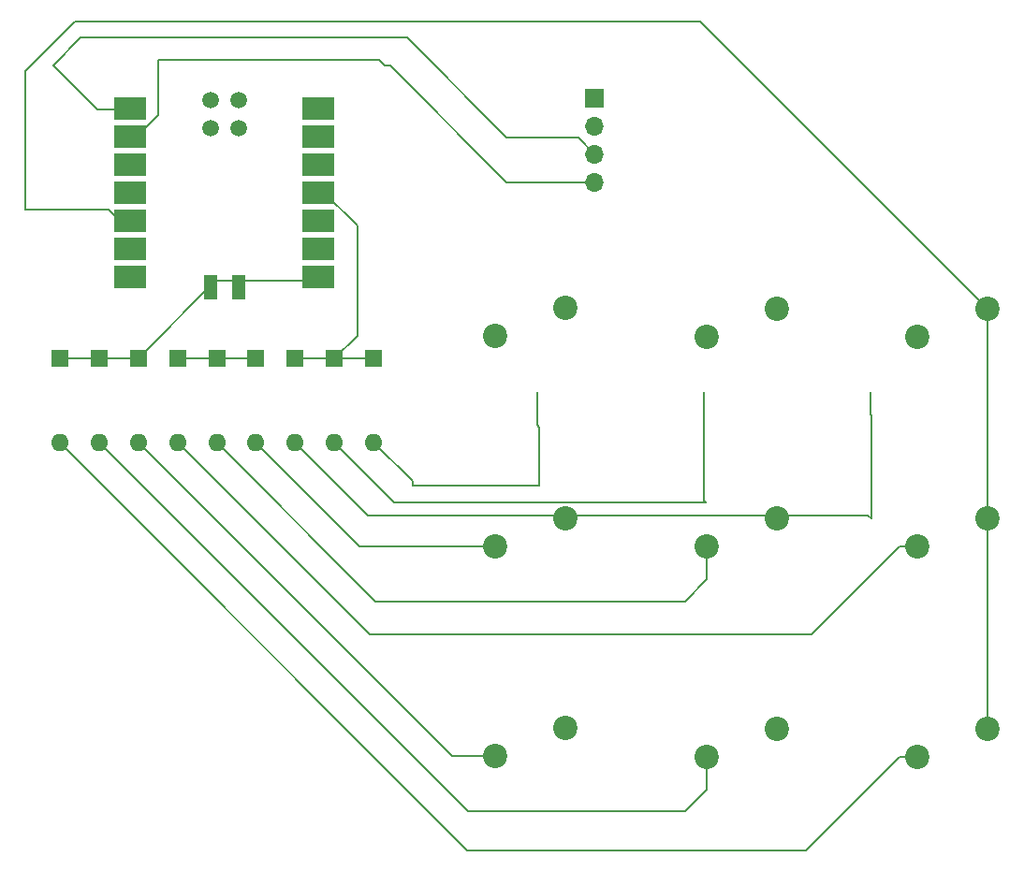
<source format=gbr>
%TF.GenerationSoftware,KiCad,Pcbnew,8.0.5*%
%TF.CreationDate,2024-10-19T20:06:23+03:00*%
%TF.ProjectId,hackpad,6861636b-7061-4642-9e6b-696361645f70,rev?*%
%TF.SameCoordinates,Original*%
%TF.FileFunction,Copper,L1,Top*%
%TF.FilePolarity,Positive*%
%FSLAX46Y46*%
G04 Gerber Fmt 4.6, Leading zero omitted, Abs format (unit mm)*
G04 Created by KiCad (PCBNEW 8.0.5) date 2024-10-19 20:06:23*
%MOMM*%
%LPD*%
G01*
G04 APERTURE LIST*
%TA.AperFunction,ComponentPad*%
%ADD10R,1.600000X1.600000*%
%TD*%
%TA.AperFunction,ComponentPad*%
%ADD11O,1.600000X1.600000*%
%TD*%
%TA.AperFunction,ComponentPad*%
%ADD12C,2.200000*%
%TD*%
%TA.AperFunction,SMDPad,CuDef*%
%ADD13R,3.000000X2.000000*%
%TD*%
%TA.AperFunction,SMDPad,CuDef*%
%ADD14C,1.500000*%
%TD*%
%TA.AperFunction,SMDPad,CuDef*%
%ADD15R,1.300000X2.300000*%
%TD*%
%TA.AperFunction,ComponentPad*%
%ADD16R,1.700000X1.700000*%
%TD*%
%TA.AperFunction,ComponentPad*%
%ADD17O,1.700000X1.700000*%
%TD*%
%TA.AperFunction,Conductor*%
%ADD18C,0.200000*%
%TD*%
G04 APERTURE END LIST*
D10*
%TO.P,D9,1,K*%
%TO.N,ROW2*%
X38015634Y-59000000D03*
D11*
%TO.P,D9,2,A*%
%TO.N,Net-(D9-A)*%
X38015634Y-66620000D03*
%TD*%
D10*
%TO.P,D3,1,K*%
%TO.N,ROW0*%
X55765634Y-59000000D03*
D11*
%TO.P,D3,2,A*%
%TO.N,Net-(D3-A)*%
X55765634Y-66620000D03*
%TD*%
D12*
%TO.P,SW4,1,1*%
%TO.N,COL1*%
X99365634Y-54500000D03*
%TO.P,SW4,2,2*%
%TO.N,Net-(D2-A)*%
X93015634Y-57040000D03*
%TD*%
%TO.P,SW6,1,1*%
%TO.N,COL1*%
X99365634Y-92500000D03*
%TO.P,SW6,2,2*%
%TO.N,Net-(D9-A)*%
X93015634Y-95040000D03*
%TD*%
D13*
%TO.P,U1,1,PA02_A0_D0*%
%TO.N,COL1*%
X40865634Y-36380000D03*
%TO.P,U1,2,PA4_A1_D1*%
%TO.N,COL0*%
X40865634Y-38920000D03*
%TO.P,U1,3,PA10_A2_D2*%
%TO.N,ROW1*%
X40865634Y-41460000D03*
%TO.P,U1,4,PA11_A3_D3*%
%TO.N,ROW0*%
X40865634Y-44000000D03*
%TO.P,U1,5,PA8_A4_D4_SDA*%
%TO.N,SDA*%
X40865634Y-46540000D03*
%TO.P,U1,6,PA9_A5_D5_SCL*%
%TO.N,SCL*%
X40865634Y-49080000D03*
%TO.P,U1,7,PB08_A6_D6_TX*%
%TO.N,ROW2*%
X40865634Y-51620000D03*
%TO.P,U1,8,PB09_A7_D7_RX*%
%TO.N,unconnected-(U1-PB09_A7_D7_RX-Pad8)*%
X57865634Y-51620000D03*
%TO.P,U1,9,PA7_A8_D8_SCK*%
%TO.N,unconnected-(U1-PA7_A8_D8_SCK-Pad9)*%
X57865634Y-49080000D03*
%TO.P,U1,10,PA5_A9_D9_MISO*%
%TO.N,COL2*%
X57865634Y-46540000D03*
%TO.P,U1,11,PA6_A10_D10_MOSI*%
%TO.N,unconnected-(U1-PA6_A10_D10_MOSI-Pad11)*%
X57865634Y-44000000D03*
%TO.P,U1,12,3V3*%
%TO.N,unconnected-(U1-3V3-Pad12)*%
X57865634Y-41460000D03*
%TO.P,U1,13,GND*%
%TO.N,GND*%
X57865634Y-38920000D03*
%TO.P,U1,14,5V*%
%TO.N,VCC*%
X57865634Y-36380000D03*
D14*
%TO.P,U1,15,5V*%
%TO.N,unconnected-(U1-5V-Pad15)*%
X48095634Y-35610000D03*
%TO.P,U1,16,GND*%
%TO.N,unconnected-(U1-GND-Pad16)*%
X50635634Y-35610000D03*
%TO.P,U1,17,PA31_SWDIO*%
%TO.N,unconnected-(U1-PA31_SWDIO-Pad17)*%
X48095634Y-38150000D03*
%TO.P,U1,18,PA30_SWCLK*%
%TO.N,unconnected-(U1-PA30_SWCLK-Pad18)*%
X50635634Y-38150000D03*
D15*
%TO.P,U1,19,RESET*%
%TO.N,unconnected-(U1-RESET-Pad19)*%
X48095634Y-52600000D03*
%TO.P,U1,20,GND*%
%TO.N,unconnected-(U1-GND-Pad20)*%
X50635634Y-52600000D03*
%TD*%
D10*
%TO.P,D7,1,K*%
%TO.N,ROW1*%
X45115634Y-59000000D03*
D11*
%TO.P,D7,2,A*%
%TO.N,Net-(D7-A)*%
X45115634Y-66620000D03*
%TD*%
D12*
%TO.P,SW1,1,1*%
%TO.N,COL0*%
X80215634Y-54460000D03*
%TO.P,SW1,2,2*%
%TO.N,Net-(D1-A)*%
X73865634Y-57000000D03*
%TD*%
D10*
%TO.P,D10,1,K*%
%TO.N,ROW2*%
X34465634Y-59000000D03*
D11*
%TO.P,D10,2,A*%
%TO.N,Net-(D10-A)*%
X34465634Y-66620000D03*
%TD*%
D12*
%TO.P,SW7,1,1*%
%TO.N,COL2*%
X118365634Y-54500000D03*
%TO.P,SW7,2,2*%
%TO.N,Net-(D3-A)*%
X112015634Y-57040000D03*
%TD*%
D10*
%TO.P,D8,1,K*%
%TO.N,ROW2*%
X41565634Y-59000000D03*
D11*
%TO.P,D8,2,A*%
%TO.N,Net-(D8-A)*%
X41565634Y-66620000D03*
%TD*%
D12*
%TO.P,SW3,1,1*%
%TO.N,COL0*%
X80215634Y-92460000D03*
%TO.P,SW3,2,2*%
%TO.N,Net-(D8-A)*%
X73865634Y-95000000D03*
%TD*%
D10*
%TO.P,D2,1,K*%
%TO.N,ROW0*%
X59315634Y-59000000D03*
D11*
%TO.P,D2,2,A*%
%TO.N,Net-(D2-A)*%
X59315634Y-66620000D03*
%TD*%
D12*
%TO.P,SW5,1,1*%
%TO.N,COL1*%
X99365634Y-73500000D03*
%TO.P,SW5,2,2*%
%TO.N,Net-(D6-A)*%
X93015634Y-76040000D03*
%TD*%
%TO.P,SW8,1,1*%
%TO.N,COL2*%
X118365634Y-73500000D03*
%TO.P,SW8,2,2*%
%TO.N,Net-(D7-A)*%
X112015634Y-76040000D03*
%TD*%
%TO.P,SW2,1,1*%
%TO.N,COL0*%
X80215634Y-73460000D03*
%TO.P,SW2,2,2*%
%TO.N,Net-(D5-A)*%
X73865634Y-76000000D03*
%TD*%
D16*
%TO.P,J1,1,Pin_1*%
%TO.N,SDA*%
X82865634Y-35420000D03*
D17*
%TO.P,J1,2,Pin_2*%
%TO.N,SCL*%
X82865634Y-37960000D03*
%TO.P,J1,3,Pin_3*%
%TO.N,VCC*%
X82865634Y-40500000D03*
%TO.P,J1,4,Pin_4*%
%TO.N,GND*%
X82865634Y-43040000D03*
%TD*%
D10*
%TO.P,D6,1,K*%
%TO.N,ROW1*%
X48665634Y-59000000D03*
D11*
%TO.P,D6,2,A*%
%TO.N,Net-(D6-A)*%
X48665634Y-66620000D03*
%TD*%
D12*
%TO.P,SW9,1,1*%
%TO.N,COL2*%
X118365634Y-92500000D03*
%TO.P,SW9,2,2*%
%TO.N,Net-(D10-A)*%
X112015634Y-95040000D03*
%TD*%
D10*
%TO.P,D1,1,K*%
%TO.N,ROW0*%
X62865634Y-59000000D03*
D11*
%TO.P,D1,2,A*%
%TO.N,Net-(D1-A)*%
X62865634Y-66620000D03*
%TD*%
D10*
%TO.P,D5,1,K*%
%TO.N,ROW1*%
X52215634Y-59000000D03*
D11*
%TO.P,D5,2,A*%
%TO.N,Net-(D5-A)*%
X52215634Y-66620000D03*
%TD*%
D18*
%TO.N,ROW0*%
X61365634Y-56950000D02*
X61365634Y-56000000D01*
X61365634Y-47000000D02*
X58365634Y-44000000D01*
X62865634Y-59000000D02*
X55765634Y-59000000D01*
X59315634Y-59000000D02*
X61365634Y-56950000D01*
X61365634Y-56000000D02*
X61365634Y-47000000D01*
%TO.N,Net-(D1-A)*%
X77865634Y-70500000D02*
X66365634Y-70500000D01*
X77865634Y-65237056D02*
X77865634Y-70500000D01*
X77655634Y-62060000D02*
X77655634Y-65027056D01*
X66365634Y-70120000D02*
X62865634Y-66620000D01*
X77655634Y-65027056D02*
X77865634Y-65237056D01*
X66365634Y-70500000D02*
X66365634Y-70120000D01*
%TO.N,Net-(D2-A)*%
X92745634Y-71880000D02*
X92865634Y-72000000D01*
X92865634Y-72000000D02*
X64695634Y-72000000D01*
X64695634Y-72000000D02*
X59315634Y-66620000D01*
X92745634Y-62060000D02*
X92745634Y-71880000D01*
%TO.N,Net-(D3-A)*%
X107575634Y-73210000D02*
X62355634Y-73210000D01*
X62355634Y-73210000D02*
X55765634Y-66620000D01*
X107865634Y-64143402D02*
X107865634Y-73500000D01*
X107835634Y-62060000D02*
X107835634Y-64113402D01*
X107835634Y-64113402D02*
X107865634Y-64143402D01*
X107865634Y-73500000D02*
X107575634Y-73210000D01*
%TO.N,Net-(D5-A)*%
X73865634Y-76000000D02*
X61595634Y-76000000D01*
X61595634Y-76000000D02*
X52215634Y-66620000D01*
%TO.N,ROW1*%
X52215634Y-59000000D02*
X45115634Y-59000000D01*
%TO.N,Net-(D6-A)*%
X63045634Y-81000000D02*
X48665634Y-66620000D01*
X93015634Y-79007056D02*
X91022690Y-81000000D01*
X91022690Y-81000000D02*
X63045634Y-81000000D01*
X93015634Y-76040000D02*
X93015634Y-79007056D01*
%TO.N,Net-(D7-A)*%
X62495634Y-84000000D02*
X45115634Y-66620000D01*
X110460000Y-76040000D02*
X102500000Y-84000000D01*
X102500000Y-84000000D02*
X62495634Y-84000000D01*
X112015634Y-76040000D02*
X110460000Y-76040000D01*
%TO.N,ROW2*%
X41565634Y-59000000D02*
X34465634Y-59000000D01*
X41565634Y-59000000D02*
X48565634Y-52000000D01*
X48565634Y-52000000D02*
X57865634Y-52000000D01*
%TO.N,Net-(D8-A)*%
X73865634Y-95000000D02*
X69945634Y-95000000D01*
X69945634Y-95000000D02*
X41565634Y-66620000D01*
%TO.N,Net-(D9-A)*%
X71395634Y-100000000D02*
X38015634Y-66620000D01*
X93015634Y-95040000D02*
X93015634Y-98007056D01*
X93015634Y-98007056D02*
X91022690Y-100000000D01*
X91022690Y-100000000D02*
X71395634Y-100000000D01*
%TO.N,Net-(D10-A)*%
X112015634Y-95040000D02*
X110460000Y-95040000D01*
X71345634Y-103500000D02*
X34465634Y-66620000D01*
X110460000Y-95040000D02*
X102000000Y-103500000D01*
X102000000Y-103500000D02*
X71345634Y-103500000D01*
%TO.N,GND*%
X43365634Y-37000000D02*
X41365634Y-39000000D01*
X63865634Y-32500000D02*
X63365634Y-32000000D01*
X64365634Y-32500000D02*
X63865634Y-32500000D01*
X43365634Y-32000000D02*
X43365634Y-37000000D01*
X82865634Y-43040000D02*
X74905634Y-43040000D01*
X74905634Y-43040000D02*
X64365634Y-32500000D01*
X63365634Y-32000000D02*
X43365634Y-32000000D01*
%TO.N,VCC*%
X36365634Y-30000000D02*
X33865634Y-32500000D01*
X33865634Y-32500000D02*
X37865634Y-36500000D01*
X37865634Y-36500000D02*
X40865634Y-36500000D01*
X82865634Y-40500000D02*
X81365634Y-39000000D01*
X74865634Y-39000000D02*
X65865634Y-30000000D01*
X65865634Y-30000000D02*
X36365634Y-30000000D01*
X81365634Y-39000000D02*
X74865634Y-39000000D01*
%TO.N,COL2*%
X31365634Y-33000000D02*
X31365634Y-45500000D01*
X35865634Y-28500000D02*
X31365634Y-33000000D01*
X38865634Y-45500000D02*
X40365634Y-47000000D01*
X118365634Y-54500000D02*
X92365634Y-28500000D01*
X31365634Y-45500000D02*
X38865634Y-45500000D01*
X92365634Y-28500000D02*
X91365634Y-28500000D01*
X91365634Y-28500000D02*
X35865634Y-28500000D01*
X118365634Y-92500000D02*
X118365634Y-54500000D01*
%TD*%
M02*

</source>
